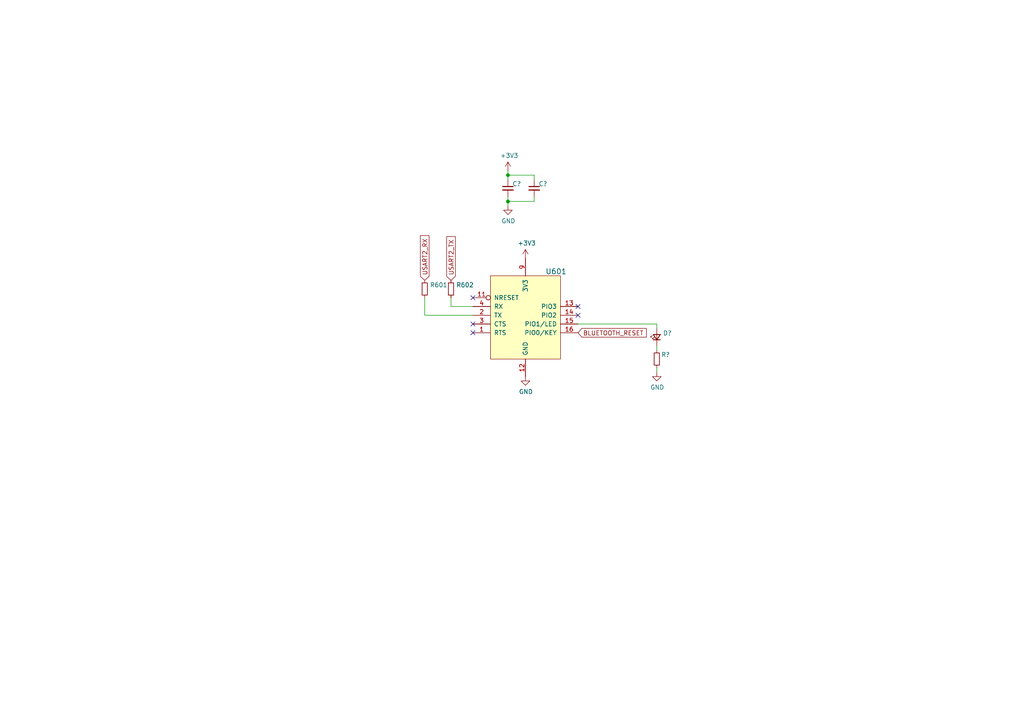
<source format=kicad_sch>
(kicad_sch (version 20211123) (generator eeschema)
  (paper "A4")
  (lib_symbols
    (symbol "Device:C_Small" (pin_numbers hide) (pin_names (offset 0.254) hide)
      (property "Reference" "C" (at 0.254 1.778 0))
      (property "Value" "C_Small" (at 0.254 -2.032 0))
      (symbol "C_Small_0_1"
        (polyline (pts (xy -1.524 -0.508) (xy 1.524 -0.508)) (stroke (width 0.3302)))
        (polyline (pts (xy -1.524 0.508) (xy 1.524 0.508)) (stroke (width 0.3048)))
      )
      (symbol "C_Small_1_1"
        (pin passive line (at 0 2.54 270) (length 2.032) (name "~") (number "1"))
        (pin passive line (at 0 -2.54 90) (length 2.032) (name "~") (number "2"))
      )
    )
    (symbol "Device:LED_Small" (pin_numbers hide) (pin_names (offset 0.254) hide)
      (property "Reference" "D" (at -1.27 3.175 0))
      (property "Value" "LED_Small" (at -4.445 -2.54 0))
      (symbol "LED_Small_0_1"
        (polyline (pts (xy -0.762 -1.016) (xy -0.762 1.016)) (stroke (width 0.254)))
        (polyline (pts (xy 1.016 0) (xy -0.762 0)))
        (polyline (pts (xy 0.762 -1.016) (xy -0.762 0) (xy 0.762 1.016) (xy 0.762 -1.016)) (stroke (width 0.254)))
        (polyline (pts (xy 0 0.762) (xy -0.508 1.27) (xy -0.254 1.27) (xy -0.508 1.27) (xy -0.508 1.016)))
        (polyline (pts (xy 0.508 1.27) (xy 0 1.778) (xy 0.254 1.778) (xy 0 1.778) (xy 0 1.524)))
      )
      (symbol "LED_Small_1_1"
        (pin passive line (at -2.54 0 0) (length 1.778) (name "K") (number "1"))
        (pin passive line (at 2.54 0 180) (length 1.778) (name "A") (number "2"))
      )
    )
    (symbol "Device:R_Small" (pin_numbers hide) (pin_names (offset 0.254) hide)
      (property "Reference" "R" (at 0.762 0.508 0))
      (property "Value" "R_Small" (at 0.762 -1.016 0))
      (symbol "R_Small_0_1"
        (rectangle (start -0.762 1.778) (end 0.762 -1.778) (stroke (width 0.2032)))
      )
      (symbol "R_Small_1_1"
        (pin passive line (at 0 2.54 270) (length 0.762) (name "~") (number "1"))
        (pin passive line (at 0 -2.54 90) (length 0.762) (name "~") (number "2"))
      )
    )
    (symbol "STM32F103C8T6-rescue:HM-11_Module-Charleslabs_Parts" (pin_names (offset 1.016))
      (property "Reference" "U" (at -8.89 13.97 0))
      (property "Value" "HM-11_Module-Charleslabs_Parts" (at 10.16 13.97 0))
      (symbol "HM-11_Module-Charleslabs_Parts_0_1"
        (rectangle (start -10.16 12.7) (end 10.16 -11.43) (fill (type background)))
      )
      (symbol "HM-11_Module-Charleslabs_Parts_1_1"
        (pin input line (at -15.24 -3.81 0) (length 5.08) (name "RTS") (number "1"))
        (pin no_connect line (at -12.7 -10.16 0) (length 2.54) hide (name "NC_(VCC)") (number "10"))
        (pin input inverted (at -15.24 6.35 0) (length 5.08) (name "NRESET") (number "11"))
        (pin input line (at 0 -16.51 90) (length 5.08) (name "GND") (number "12"))
        (pin input line (at 15.24 3.81 180) (length 5.08) (name "PIO3") (number "13"))
        (pin input line (at 15.24 1.27 180) (length 5.08) (name "PIO2") (number "14"))
        (pin input line (at 15.24 -1.27 180) (length 5.08) (name "PIO1/LED") (number "15"))
        (pin input line (at 15.24 -3.81 180) (length 5.08) (name "PIO0/KEY") (number "16"))
        (pin input line (at -15.24 1.27 0) (length 5.08) (name "TX") (number "2"))
        (pin input line (at -15.24 -1.27 0) (length 5.08) (name "CTS") (number "3"))
        (pin input line (at -15.24 3.81 0) (length 5.08) (name "RX") (number "4"))
        (pin no_connect line (at -12.7 -6.35 0) (length 2.54) hide (name "NC") (number "5"))
        (pin no_connect line (at -12.7 -7.62 0) (length 2.54) hide (name "NC") (number "6"))
        (pin no_connect line (at -12.7 -8.89 0) (length 2.54) hide (name "NC") (number "7"))
        (pin input line (at 0 17.78 270) (length 5.08) (name "3V3") (number "9"))
      )
    )
    (symbol "power:+3.3V" (power) (pin_names (offset 0))
      (property "Value" "+3.3V" (at 0 3.556 0))
      (symbol "+3.3V_0_1"
        (polyline (pts (xy -0.762 1.27) (xy 0 2.54)))
        (polyline (pts (xy 0 0) (xy 0 2.54)))
        (polyline (pts (xy 0 2.54) (xy 0.762 1.27)))
      )
      (symbol "+3.3V_1_1"
        (pin power_in line (at 0 0 90) (length 0) hide (name "+3V3") (number "1"))
      )
    )
    (symbol "power:GND" (power) (pin_names (offset 0))
      (property "Value" "GND" (at 0 -3.81 0))
      (symbol "GND_0_1"
        (polyline (pts (xy 0 0) (xy 0 -1.27) (xy 1.27 -1.27) (xy 0 -2.54) (xy -1.27 -1.27) (xy 0 -1.27)))
      )
      (symbol "GND_1_1"
        (pin power_in line (at 0 0 270) (length 0) hide (name "GND") (number "1"))
      )
    )
  )
  (junction (at 147.32 50.8))
  (junction (at 147.32 58.42))
  (no_connect (at 137.16 86.36))
  (no_connect (at 167.64 88.9))
  (no_connect (at 137.16 96.52))
  (no_connect (at 167.64 91.44))
  (no_connect (at 137.16 93.98))
  (wire (pts (xy 137.16 91.44) (xy 123.19 91.44)))
  (wire (pts (xy 123.19 86.36) (xy 123.19 91.44)))
  (wire (pts (xy 147.32 50.8) (xy 154.94 50.8)))
  (wire (pts (xy 167.64 93.98) (xy 190.5 93.98)))
  (wire (pts (xy 147.32 57.15) (xy 147.32 58.42)))
  (wire (pts (xy 147.32 50.8) (xy 147.32 52.07)))
  (wire (pts (xy 190.5 93.98) (xy 190.5 95.25)))
  (wire (pts (xy 130.81 88.9) (xy 137.16 88.9)))
  (wire (pts (xy 147.32 49.53) (xy 147.32 50.8)))
  (wire (pts (xy 190.5 107.95) (xy 190.5 106.68)))
  (wire (pts (xy 147.32 58.42) (xy 147.32 59.69)))
  (wire (pts (xy 154.94 58.42) (xy 147.32 58.42)))
  (wire (pts (xy 130.81 86.36) (xy 130.81 88.9)))
  (wire (pts (xy 154.94 52.07) (xy 154.94 50.8)))
  (wire (pts (xy 190.5 101.6) (xy 190.5 100.33)))
  (wire (pts (xy 154.94 57.15) (xy 154.94 58.42)))
  (global_label "USART2_RX" (shape input) (at 123.19 81.28 90) (property "Intersheet References" "${INTERSHEET_REFS}" (effects hide)))
  (global_label "USART2_TX" (shape input) (at 130.81 81.28 90) (property "Intersheet References" "${INTERSHEET_REFS}" (effects hide)))
  (global_label "BLUETOOTH_RESET" (shape input) (at 167.64 96.52 0) (property "Intersheet References" "${INTERSHEET_REFS}" (effects hide)))
  (symbol (lib_id "STM32F103C8T6-rescue:HM-11_Module-Charleslabs_Parts") (at 152.4 92.71 0) (unit 1)
    (property "Reference" "U601" (at 161.29 78.74 0) (effects (font (size 1.524 1.524))))
  )
  (symbol (lib_id "power:GND") (at 152.4 109.22 0) (unit 1)
    (property "Reference" "#PWR0604" (effects hide))
  )
  (symbol (lib_id "power:+3.3V") (at 152.4 74.93 0) (unit 1)
    (property "Reference" "#PWR0603" (effects hide))
  )
  (symbol (lib_id "power:+3.3V") (at 147.32 49.53 0) (unit 1)
    (property "Reference" "#PWR?" (effects hide))
  )
  (symbol (lib_id "Device:C_Small") (at 147.32 54.61 0) (unit 1)
    (property "Reference" "C?" (at 148.59 53.34 0) (effects (justify left)))
    (property "LCSC Part #" "C15525" (effects hide))
    (property "Mouser" "581-0402ZD106MAT2A" (effects hide))
  )
  (symbol (lib_id "Device:C_Small") (at 154.94 54.61 0) (unit 1)
    (property "Reference" "C?" (at 156.21 53.34 0) (effects (justify left)))
    (property "LCSC Part #" "C1525" (effects hide))
    (property "Mouser" "581-0402YD104K" (effects hide))
  )
  (symbol (lib_id "power:GND") (at 147.32 59.69 0) (unit 1)
    (property "Reference" "#PWR?" (effects hide))
  )
  (symbol (lib_id "Device:R_Small") (at 130.81 83.82 0) (unit 1)
    (property "Reference" "R602" (at 132.3086 82.6516 0) (effects (justify left)))
    (property "LCSC Part #" "C11702" (effects hide))
    (property "Mouser" "652-CR0402FX-1001GLF" (effects hide))
  )
  (symbol (lib_id "Device:R_Small") (at 123.19 83.82 0) (unit 1)
    (property "Reference" "R601" (at 124.6886 82.6516 0) (effects (justify left)))
    (property "LCSC Part #" "C11702" (effects hide))
    (property "Mouser" "652-CR0402FX-1001GLF" (effects hide))
  )
  (symbol (lib_id "Device:LED_Small") (at 190.5 97.79 90) (unit 1)
    (property "Reference" "D?" (at 192.278 96.6216 90) (effects (justify right)))
    (property "LCSC Part #" "C2286" (effects hide))
    (property "Mouser" "710-150060RS75020" (effects hide))
  )
  (symbol (lib_id "power:GND") (at 190.5 107.95 0) (unit 1)
    (property "Reference" "#PWR?" (effects hide))
  )
  (symbol (lib_id "Device:R_Small") (at 190.5 104.14 180) (unit 1)
    (property "Reference" "R?" (at 193.04 102.87 0))
    (property "LCSC Part #" "C22843" (effects hide))
    (property "Mouser" "755-KTR03EZPJ152" (effects hide))
  )
)
</source>
